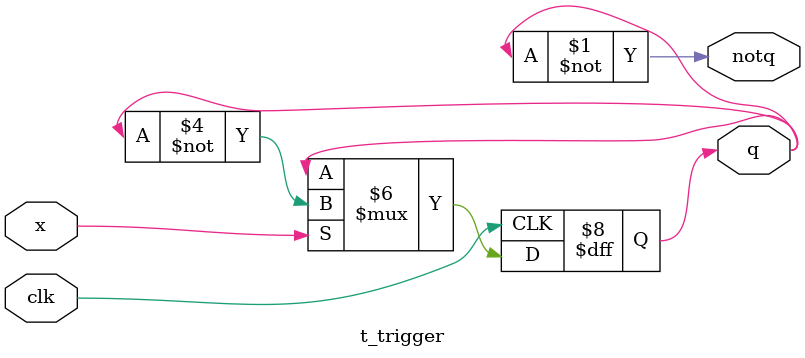
<source format=v>
`timescale 1ns / 1ps

module t_trigger(clk, x, q, notq);
  input clk, x;
  output reg q;
  output notq;
initial
begin
  q = 0;
end
  assign notq = ~q;
always @(negedge clk)
begin
  if (x == 1)
  	q <= ~q;
end
endmodule
</source>
